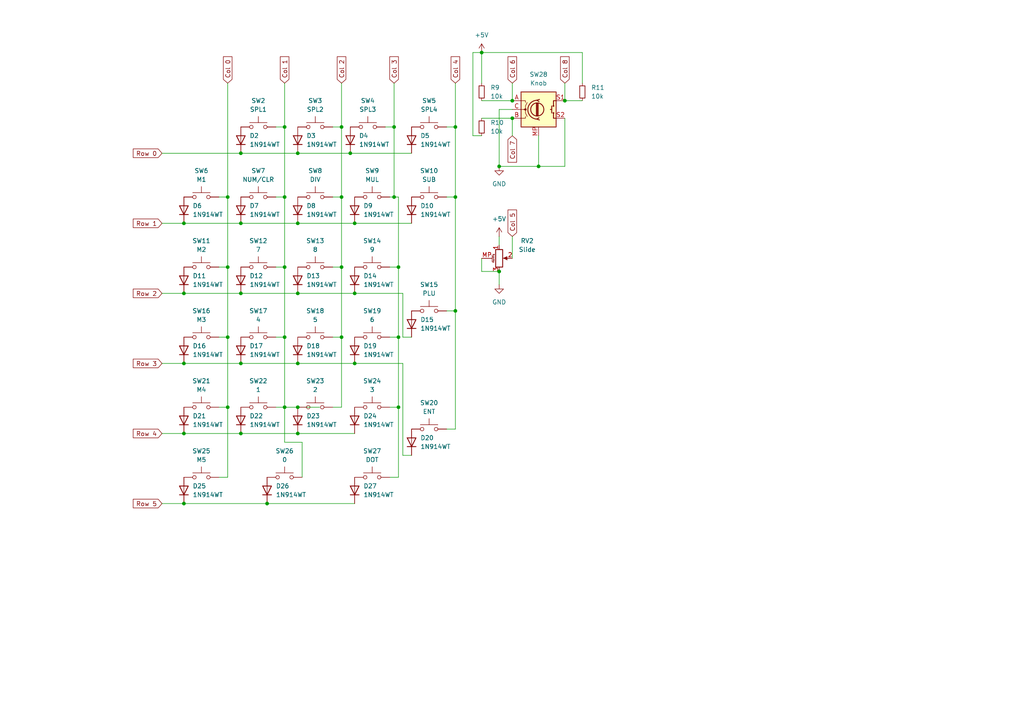
<source format=kicad_sch>
(kicad_sch (version 20231120) (generator "eeschema") (generator_version "8.0")
  (paper "A4")
  (lib_symbols
    (symbol "Device:R_Potentiometer_MountingPin" (pin_names (offset 1.016) hide)
      (property "Reference" "RV" (at -8.255 0 90))
      (property "Value" "R_Potentiometer_MountingPin" (at -6.35 0 90))
      (symbol "R_Potentiometer_MountingPin_0_1"
        (polyline (pts (xy 2.54 0) (xy 1.524 0)))
        (polyline (pts (xy 1.143 0) (xy 2.286 0.508) (xy 2.286 -0.508)) (fill (type outline)))
        (rectangle (start 1.016 2.54) (end -1.016 -2.54) (stroke (width 0.254)))
      )
      (symbol "R_Potentiometer_MountingPin_1_1"
        (polyline (pts (xy -2.032 1.016) (xy -2.032 -1.016)) (stroke (width 0.1524)))
        (text "Mounting" (at -1.651 0 900) (effects (font (size 0.381 0.381))))
        (pin passive line (at 0 3.81 270) (length 1.27) (name "1") (number "1"))
        (pin passive line (at 3.81 0 180) (length 1.27) (name "2") (number "2"))
        (pin passive line (at 0 -3.81 90) (length 1.27) (name "3") (number "3"))
        (pin passive line (at -5.08 0 0) (length 3.048) (name "MountPin") (number "MP"))
      )
    )
    (symbol "Device:R_Small" (pin_numbers hide) (pin_names (offset 0.254) hide)
      (property "Reference" "R" (at 0.762 0.508 0))
      (property "Value" "R_Small" (at 0.762 -1.016 0))
      (symbol "R_Small_0_1"
        (rectangle (start -0.762 1.778) (end 0.762 -1.778) (stroke (width 0.2032)))
      )
      (symbol "R_Small_1_1"
        (pin passive line (at 0 2.54 270) (length 0.762) (name "~") (number "1"))
        (pin passive line (at 0 -2.54 90) (length 0.762) (name "~") (number "2"))
      )
    )
    (symbol "Device:RotaryEncoder_Switch_MP" (pin_names (offset 0.254) hide)
      (property "Reference" "SW" (at 0 8.89 0))
      (property "Value" "RotaryEncoder_Switch_MP" (at 0 6.35 0))
      (symbol "RotaryEncoder_Switch_MP_0_1"
        (rectangle (start -5.08 5.08) (end 5.08 -5.08) (stroke (width 0.254)) (fill (type background)))
        (circle (center -3.81 0) (radius 0.254) (fill (type outline)))
        (circle (center -0.381 0) (radius 1.905) (stroke (width 0.254)))
        (arc (start -0.381 2.667) (mid -3.0988 -0.0635) (end -0.381 -2.794) (stroke (width 0.254)))
        (polyline (pts (xy -0.635 -1.778) (xy -0.635 1.778)) (stroke (width 0.254)))
        (polyline (pts (xy -0.381 -1.778) (xy -0.381 1.778)) (stroke (width 0.254)))
        (polyline (pts (xy -0.127 1.778) (xy -0.127 -1.778)) (stroke (width 0.254)))
        (polyline (pts (xy 3.81 0) (xy 3.429 0)) (stroke (width 0.254)))
        (polyline (pts (xy 3.81 1.016) (xy 3.81 -1.016)) (stroke (width 0.254)))
        (polyline (pts (xy -5.08 -2.54) (xy -3.81 -2.54) (xy -3.81 -2.032)))
        (polyline (pts (xy -5.08 2.54) (xy -3.81 2.54) (xy -3.81 2.032)))
        (polyline (pts (xy 0.254 -3.048) (xy -0.508 -2.794) (xy 0.127 -2.413)) (stroke (width 0.254)))
        (polyline (pts (xy 0.254 2.921) (xy -0.508 2.667) (xy 0.127 2.286)) (stroke (width 0.254)))
        (polyline (pts (xy 5.08 -2.54) (xy 4.318 -2.54) (xy 4.318 -1.016)) (stroke (width 0.254)))
        (polyline (pts (xy 5.08 2.54) (xy 4.318 2.54) (xy 4.318 1.016)) (stroke (width 0.254)))
        (polyline (pts (xy -5.08 0) (xy -3.81 0) (xy -3.81 -1.016) (xy -3.302 -2.032)))
        (polyline (pts (xy -4.318 0) (xy -3.81 0) (xy -3.81 1.016) (xy -3.302 2.032)))
        (circle (center 4.318 -1.016) (radius 0.127) (stroke (width 0.254)))
        (circle (center 4.318 1.016) (radius 0.127) (stroke (width 0.254)))
      )
      (symbol "RotaryEncoder_Switch_MP_1_1"
        (pin passive line (at -7.62 2.54 0) (length 2.54) (name "A") (number "A"))
        (pin passive line (at -7.62 -2.54 0) (length 2.54) (name "B") (number "B"))
        (pin passive line (at -7.62 0 0) (length 2.54) (name "C") (number "C"))
        (pin passive line (at 0 -7.62 90) (length 2.54) (name "MP") (number "MP"))
        (pin passive line (at 7.62 2.54 180) (length 2.54) (name "S1") (number "S1"))
        (pin passive line (at 7.62 -2.54 180) (length 2.54) (name "S2") (number "S2"))
      )
    )
    (symbol "Diode:1N914WT" (pin_numbers hide) (pin_names hide)
      (property "Reference" "D" (at 0 2.54 0))
      (property "Value" "1N914WT" (at 0 -2.54 0))
      (symbol "1N914WT_0_1"
        (polyline (pts (xy -1.27 1.27) (xy -1.27 -1.27)) (stroke (width 0.254)))
        (polyline (pts (xy 1.27 0) (xy -1.27 0)))
        (polyline (pts (xy 1.27 1.27) (xy 1.27 -1.27) (xy -1.27 0) (xy 1.27 1.27)) (stroke (width 0.254)))
      )
      (symbol "1N914WT_1_1"
        (pin passive line (at -3.81 0 0) (length 2.54) (name "K") (number "1"))
        (pin passive line (at 3.81 0 180) (length 2.54) (name "A") (number "2"))
      )
    )
    (symbol "Switch:SW_Push" (pin_numbers hide) (pin_names (offset 1.016) hide)
      (property "Reference" "SW" (at 1.27 2.54 0))
      (property "Value" "SW_Push" (at 0 -1.524 0))
      (symbol "SW_Push_0_1"
        (circle (center -2.032 0) (radius 0.508))
        (polyline (pts (xy 0 1.27) (xy 0 3.048)))
        (polyline (pts (xy 2.54 1.27) (xy -2.54 1.27)))
        (circle (center 2.032 0) (radius 0.508))
        (pin passive line (at -5.08 0 0) (length 2.54) (name "1") (number "1"))
        (pin passive line (at 5.08 0 180) (length 2.54) (name "2") (number "2"))
      )
    )
    (symbol "power:+5V" (power) (pin_numbers hide) (pin_names (offset 0) hide)
      (property "Value" "+5V" (at 0 3.556 0))
      (symbol "+5V_0_1"
        (polyline (pts (xy -0.762 1.27) (xy 0 2.54)))
        (polyline (pts (xy 0 0) (xy 0 2.54)))
        (polyline (pts (xy 0 2.54) (xy 0.762 1.27)))
      )
      (symbol "+5V_1_1"
        (pin power_in line (at 0 0 90) (length 0) (name "~") (number "1"))
      )
    )
    (symbol "power:GND" (power) (pin_numbers hide) (pin_names (offset 0) hide)
      (property "Value" "GND" (at 0 -3.81 0))
      (symbol "GND_0_1"
        (polyline (pts (xy 0 0) (xy 0 -1.27) (xy 1.27 -1.27) (xy 0 -2.54) (xy -1.27 -1.27) (xy 0 -1.27)))
      )
      (symbol "GND_1_1"
        (pin power_in line (at 0 0 270) (length 0) (name "~") (number "1"))
      )
    )
  )
  (junction (at 86.36 85.09))
  (junction (at 66.04 118.11))
  (junction (at 77.47 146.05))
  (junction (at 82.55 97.79))
  (junction (at 144.78 78.74))
  (junction (at 148.59 29.21))
  (junction (at 53.34 85.09))
  (junction (at 144.78 48.26))
  (junction (at 86.36 64.77))
  (junction (at 82.55 77.47))
  (junction (at 86.36 105.41))
  (junction (at 82.55 57.15))
  (junction (at 69.85 44.45))
  (junction (at 102.87 85.09))
  (junction (at 66.04 57.15))
  (junction (at 86.36 118.11))
  (junction (at 53.34 105.41))
  (junction (at 69.85 64.77))
  (junction (at 66.04 97.79))
  (junction (at 102.87 64.77))
  (junction (at 53.34 146.05))
  (junction (at 148.59 34.29))
  (junction (at 102.87 105.41))
  (junction (at 53.34 125.73))
  (junction (at 82.55 36.83))
  (junction (at 115.57 118.11))
  (junction (at 114.3 36.83))
  (junction (at 114.3 57.15))
  (junction (at 132.08 90.17))
  (junction (at 115.57 77.47))
  (junction (at 156.21 48.26))
  (junction (at 132.08 57.15))
  (junction (at 86.36 44.45))
  (junction (at 86.36 125.73))
  (junction (at 69.85 85.09))
  (junction (at 115.57 97.79))
  (junction (at 69.85 125.73))
  (junction (at 139.7 15.24))
  (junction (at 99.06 36.83))
  (junction (at 82.55 118.11))
  (junction (at 99.06 77.47))
  (junction (at 132.08 36.83))
  (junction (at 53.34 64.77))
  (junction (at 99.06 97.79))
  (junction (at 99.06 57.15))
  (junction (at 163.83 29.21))
  (junction (at 66.04 77.47))
  (junction (at 101.6 44.45))
  (junction (at 69.85 105.41))
  (wire (pts (xy 82.55 97.79) (xy 82.55 118.11)))
  (wire (pts (xy 116.84 105.41) (xy 102.87 105.41)))
  (wire (pts (xy 144.78 31.75) (xy 144.78 48.26)))
  (wire (pts (xy 69.85 44.45) (xy 86.36 44.45)))
  (wire (pts (xy 96.52 57.15) (xy 99.06 57.15)))
  (wire (pts (xy 69.85 105.41) (xy 86.36 105.41)))
  (wire (pts (xy 148.59 34.29) (xy 148.59 39.37)))
  (wire (pts (xy 114.3 24.13) (xy 114.3 36.83)))
  (wire (pts (xy 99.06 97.79) (xy 99.06 118.11)))
  (wire (pts (xy 113.03 77.47) (xy 115.57 77.47)))
  (wire (pts (xy 46.99 44.45) (xy 69.85 44.45)))
  (wire (pts (xy 82.55 57.15) (xy 82.55 77.47)))
  (wire (pts (xy 132.08 36.83) (xy 132.08 57.15)))
  (wire (pts (xy 53.34 85.09) (xy 69.85 85.09)))
  (wire (pts (xy 129.54 124.46) (xy 132.08 124.46)))
  (wire (pts (xy 114.3 36.83) (xy 114.3 57.15)))
  (wire (pts (xy 137.16 15.24) (xy 139.7 15.24)))
  (wire (pts (xy 82.55 118.11) (xy 82.55 128.27)))
  (wire (pts (xy 115.57 77.47) (xy 115.57 97.79)))
  (wire (pts (xy 46.99 125.73) (xy 53.34 125.73)))
  (wire (pts (xy 53.34 146.05) (xy 77.47 146.05)))
  (wire (pts (xy 116.84 132.08) (xy 116.84 105.41)))
  (wire (pts (xy 69.85 64.77) (xy 86.36 64.77)))
  (wire (pts (xy 129.54 36.83) (xy 132.08 36.83)))
  (wire (pts (xy 132.08 24.13) (xy 132.08 36.83)))
  (wire (pts (xy 96.52 77.47) (xy 99.06 77.47)))
  (wire (pts (xy 148.59 68.58) (xy 148.59 74.93)))
  (wire (pts (xy 86.36 64.77) (xy 102.87 64.77)))
  (wire (pts (xy 116.84 132.08) (xy 119.38 132.08)))
  (wire (pts (xy 139.7 15.24) (xy 139.7 24.13)))
  (wire (pts (xy 46.99 105.41) (xy 53.34 105.41)))
  (wire (pts (xy 113.03 57.15) (xy 114.3 57.15)))
  (wire (pts (xy 80.01 77.47) (xy 82.55 77.47)))
  (wire (pts (xy 139.7 78.74) (xy 144.78 78.74)))
  (wire (pts (xy 113.03 97.79) (xy 115.57 97.79)))
  (wire (pts (xy 63.5 138.43) (xy 66.04 138.43)))
  (wire (pts (xy 132.08 90.17) (xy 132.08 124.46)))
  (wire (pts (xy 53.34 64.77) (xy 69.85 64.77)))
  (wire (pts (xy 86.36 105.41) (xy 102.87 105.41)))
  (wire (pts (xy 102.87 64.77) (xy 119.38 64.77)))
  (wire (pts (xy 129.54 57.15) (xy 132.08 57.15)))
  (wire (pts (xy 132.08 57.15) (xy 132.08 90.17)))
  (wire (pts (xy 163.83 34.29) (xy 163.83 48.26)))
  (wire (pts (xy 139.7 39.37) (xy 137.16 39.37)))
  (wire (pts (xy 114.3 57.15) (xy 115.57 57.15)))
  (wire (pts (xy 163.83 48.26) (xy 156.21 48.26)))
  (wire (pts (xy 63.5 77.47) (xy 66.04 77.47)))
  (wire (pts (xy 96.52 118.11) (xy 99.06 118.11)))
  (wire (pts (xy 82.55 24.13) (xy 82.55 36.83)))
  (wire (pts (xy 129.54 90.17) (xy 132.08 90.17)))
  (wire (pts (xy 115.57 57.15) (xy 115.57 77.47)))
  (wire (pts (xy 63.5 57.15) (xy 66.04 57.15)))
  (wire (pts (xy 63.5 97.79) (xy 66.04 97.79)))
  (wire (pts (xy 113.03 138.43) (xy 115.57 138.43)))
  (wire (pts (xy 148.59 24.13) (xy 148.59 29.21)))
  (wire (pts (xy 96.52 36.83) (xy 99.06 36.83)))
  (wire (pts (xy 80.01 118.11) (xy 82.55 118.11)))
  (wire (pts (xy 99.06 36.83) (xy 99.06 57.15)))
  (wire (pts (xy 80.01 97.79) (xy 82.55 97.79)))
  (wire (pts (xy 111.76 36.83) (xy 114.3 36.83)))
  (wire (pts (xy 80.01 57.15) (xy 82.55 57.15)))
  (wire (pts (xy 144.78 82.55) (xy 144.78 78.74)))
  (wire (pts (xy 115.57 118.11) (xy 115.57 138.43)))
  (wire (pts (xy 116.84 97.79) (xy 119.38 97.79)))
  (wire (pts (xy 96.52 97.79) (xy 99.06 97.79)))
  (wire (pts (xy 66.04 77.47) (xy 66.04 97.79)))
  (wire (pts (xy 156.21 48.26) (xy 156.21 39.37)))
  (wire (pts (xy 86.36 125.73) (xy 102.87 125.73)))
  (wire (pts (xy 116.84 97.79) (xy 116.84 85.09)))
  (wire (pts (xy 46.99 64.77) (xy 53.34 64.77)))
  (wire (pts (xy 53.34 125.73) (xy 69.85 125.73)))
  (wire (pts (xy 69.85 85.09) (xy 86.36 85.09)))
  (wire (pts (xy 87.63 138.43) (xy 87.63 128.27)))
  (wire (pts (xy 86.36 85.09) (xy 102.87 85.09)))
  (wire (pts (xy 101.6 44.45) (xy 119.38 44.45)))
  (wire (pts (xy 144.78 68.58) (xy 144.78 71.12)))
  (wire (pts (xy 168.91 15.24) (xy 139.7 15.24)))
  (wire (pts (xy 116.84 85.09) (xy 102.87 85.09)))
  (wire (pts (xy 99.06 77.47) (xy 99.06 97.79)))
  (wire (pts (xy 86.36 118.11) (xy 82.55 118.11)))
  (wire (pts (xy 69.85 125.73) (xy 86.36 125.73)))
  (wire (pts (xy 92.71 118.11) (xy 86.36 118.11)))
  (wire (pts (xy 163.83 29.21) (xy 168.91 29.21)))
  (wire (pts (xy 148.59 31.75) (xy 144.78 31.75)))
  (wire (pts (xy 46.99 146.05) (xy 53.34 146.05)))
  (wire (pts (xy 86.36 44.45) (xy 101.6 44.45)))
  (wire (pts (xy 87.63 128.27) (xy 82.55 128.27)))
  (wire (pts (xy 168.91 24.13) (xy 168.91 15.24)))
  (wire (pts (xy 80.01 36.83) (xy 82.55 36.83)))
  (wire (pts (xy 99.06 24.13) (xy 99.06 36.83)))
  (wire (pts (xy 82.55 36.83) (xy 82.55 57.15)))
  (wire (pts (xy 66.04 57.15) (xy 66.04 77.47)))
  (wire (pts (xy 82.55 77.47) (xy 82.55 97.79)))
  (wire (pts (xy 53.34 105.41) (xy 69.85 105.41)))
  (wire (pts (xy 113.03 118.11) (xy 115.57 118.11)))
  (wire (pts (xy 66.04 97.79) (xy 66.04 118.11)))
  (wire (pts (xy 77.47 146.05) (xy 102.87 146.05)))
  (wire (pts (xy 63.5 118.11) (xy 66.04 118.11)))
  (wire (pts (xy 46.99 85.09) (xy 53.34 85.09)))
  (wire (pts (xy 139.7 74.93) (xy 139.7 78.74)))
  (wire (pts (xy 163.83 24.13) (xy 163.83 29.21)))
  (wire (pts (xy 139.7 29.21) (xy 148.59 29.21)))
  (wire (pts (xy 115.57 97.79) (xy 115.57 118.11)))
  (wire (pts (xy 66.04 118.11) (xy 66.04 138.43)))
  (wire (pts (xy 99.06 57.15) (xy 99.06 77.47)))
  (wire (pts (xy 139.7 34.29) (xy 148.59 34.29)))
  (wire (pts (xy 66.04 24.13) (xy 66.04 57.15)))
  (wire (pts (xy 137.16 39.37) (xy 137.16 15.24)))
  (wire (pts (xy 144.78 48.26) (xy 156.21 48.26)))
  (global_label "Row 1" (shape input) (at 46.99 64.77 180) (property "Intersheetrefs" "${INTERSHEET_REFS}" (effects (hide yes))))
  (global_label "Col 1" (shape input) (at 82.55 24.13 90) (property "Intersheetrefs" "${INTERSHEET_REFS}" (effects (hide yes))))
  (global_label "Col 0" (shape input) (at 66.04 24.13 90) (property "Intersheetrefs" "${INTERSHEET_REFS}" (effects (hide yes))))
  (global_label "Col 6" (shape input) (at 148.59 24.13 90) (property "Intersheetrefs" "${INTERSHEET_REFS}" (effects (hide yes))))
  (global_label "Col 3" (shape input) (at 114.3 24.13 90) (property "Intersheetrefs" "${INTERSHEET_REFS}" (effects (hide yes))))
  (global_label "Row 3" (shape input) (at 46.99 105.41 180) (property "Intersheetrefs" "${INTERSHEET_REFS}" (effects (hide yes))))
  (global_label "Col 4" (shape input) (at 132.08 24.13 90) (property "Intersheetrefs" "${INTERSHEET_REFS}" (effects (hide yes))))
  (global_label "Row 2" (shape input) (at 46.99 85.09 180) (property "Intersheetrefs" "${INTERSHEET_REFS}" (effects (hide yes))))
  (global_label "Col 8" (shape input) (at 163.83 24.13 90) (property "Intersheetrefs" "${INTERSHEET_REFS}" (effects (hide yes))))
  (global_label "Col 5" (shape input) (at 148.59 68.58 90) (property "Intersheetrefs" "${INTERSHEET_REFS}" (effects (hide yes))))
  (global_label "Row 5" (shape input) (at 46.99 146.05 180) (property "Intersheetrefs" "${INTERSHEET_REFS}" (effects (hide yes))))
  (global_label "Row 4" (shape input) (at 46.99 125.73 180) (property "Intersheetrefs" "${INTERSHEET_REFS}" (effects (hide yes))))
  (global_label "Col 7" (shape input) (at 148.59 39.37 270) (property "Intersheetrefs" "${INTERSHEET_REFS}" (effects (hide yes))))
  (global_label "Col 2" (shape input) (at 99.06 24.13 90) (property "Intersheetrefs" "${INTERSHEET_REFS}" (effects (hide yes))))
  (global_label "Row 0" (shape input) (at 46.99 44.45 180) (property "Intersheetrefs" "${INTERSHEET_REFS}" (effects (hide yes))))
  (symbol (lib_id "Diode:1N914WT") (at 119.38 93.98 90) (unit 1)
    (property "Reference" "D15" (at 121.92 92.7099 90) (effects (justify right)))
    (property "Value" "1N914WT" (at 121.92 95.2499 90) (effects (justify right)))
    (property "Footprint" "Diode_SMD:D_SOD-123" (effects (hide yes)))
    (property "Datasheet" "http://www.mouser.com/ds/2/149/1N4148WT-461550.pdf" (effects (hide yes)))
    (property "Description" "75V 0.15A Fast switching Diode, SOD-523" (effects (hide yes)))
    (property "Sim.Device" "D" (effects (hide yes)))
    (property "Sim.Pins" "1=K 2=A" (effects (hide yes)))
  )
  (symbol (lib_id "Diode:1N914WT") (at 102.87 101.6 90) (unit 1)
    (property "Reference" "D19" (at 105.41 100.3299 90) (effects (justify right)))
    (property "Value" "1N914WT" (at 105.41 102.8699 90) (effects (justify right)))
    (property "Footprint" "Diode_SMD:D_SOD-123" (effects (hide yes)))
    (property "Datasheet" "http://www.mouser.com/ds/2/149/1N4148WT-461550.pdf" (effects (hide yes)))
    (property "Description" "75V 0.15A Fast switching Diode, SOD-523" (effects (hide yes)))
    (property "Sim.Device" "D" (effects (hide yes)))
    (property "Sim.Pins" "1=K 2=A" (effects (hide yes)))
  )
  (symbol (lib_id "Switch:SW_Push") (at 58.42 138.43 0) (unit 1)
    (property "Reference" "SW25" (at 58.42 130.81 0))
    (property "Value" "M5" (at 58.42 133.35 0))
    (property "Description" "Push button switch, generic, two pins" (effects (hide yes)))
  )
  (symbol (lib_id "Diode:1N914WT") (at 86.36 40.64 90) (unit 1)
    (property "Reference" "D3" (at 88.9 39.3699 90) (effects (justify right)))
    (property "Value" "1N914WT" (at 88.9 41.9099 90) (effects (justify right)))
    (property "Footprint" "Diode_SMD:D_SOD-123" (effects (hide yes)))
    (property "Datasheet" "http://www.mouser.com/ds/2/149/1N4148WT-461550.pdf" (effects (hide yes)))
    (property "Description" "75V 0.15A Fast switching Diode, SOD-523" (effects (hide yes)))
    (property "Sim.Device" "D" (effects (hide yes)))
    (property "Sim.Pins" "1=K 2=A" (effects (hide yes)))
  )
  (symbol (lib_id "Diode:1N914WT") (at 53.34 121.92 90) (unit 1)
    (property "Reference" "D21" (at 55.88 120.6499 90) (effects (justify right)))
    (property "Value" "1N914WT" (at 55.88 123.1899 90) (effects (justify right)))
    (property "Footprint" "Diode_SMD:D_SOD-123" (effects (hide yes)))
    (property "Datasheet" "http://www.mouser.com/ds/2/149/1N4148WT-461550.pdf" (effects (hide yes)))
    (property "Description" "75V 0.15A Fast switching Diode, SOD-523" (effects (hide yes)))
    (property "Sim.Device" "D" (effects (hide yes)))
    (property "Sim.Pins" "1=K 2=A" (effects (hide yes)))
  )
  (symbol (lib_id "Diode:1N914WT") (at 69.85 81.28 90) (unit 1)
    (property "Reference" "D12" (at 72.39 80.0099 90) (effects (justify right)))
    (property "Value" "1N914WT" (at 72.39 82.5499 90) (effects (justify right)))
    (property "Footprint" "Diode_SMD:D_SOD-123" (effects (hide yes)))
    (property "Datasheet" "http://www.mouser.com/ds/2/149/1N4148WT-461550.pdf" (effects (hide yes)))
    (property "Description" "75V 0.15A Fast switching Diode, SOD-523" (effects (hide yes)))
    (property "Sim.Device" "D" (effects (hide yes)))
    (property "Sim.Pins" "1=K 2=A" (effects (hide yes)))
  )
  (symbol (lib_id "Diode:1N914WT") (at 102.87 121.92 90) (unit 1)
    (property "Reference" "D24" (at 105.41 120.6499 90) (effects (justify right)))
    (property "Value" "1N914WT" (at 105.41 123.1899 90) (effects (justify right)))
    (property "Footprint" "Diode_SMD:D_SOD-123" (effects (hide yes)))
    (property "Datasheet" "http://www.mouser.com/ds/2/149/1N4148WT-461550.pdf" (effects (hide yes)))
    (property "Description" "75V 0.15A Fast switching Diode, SOD-523" (effects (hide yes)))
    (property "Sim.Device" "D" (effects (hide yes)))
    (property "Sim.Pins" "1=K 2=A" (effects (hide yes)))
  )
  (symbol (lib_id "Diode:1N914WT") (at 69.85 121.92 90) (unit 1)
    (property "Reference" "D22" (at 72.39 120.6499 90) (effects (justify right)))
    (property "Value" "1N914WT" (at 72.39 123.1899 90) (effects (justify right)))
    (property "Footprint" "Diode_SMD:D_SOD-123" (effects (hide yes)))
    (property "Datasheet" "http://www.mouser.com/ds/2/149/1N4148WT-461550.pdf" (effects (hide yes)))
    (property "Description" "75V 0.15A Fast switching Diode, SOD-523" (effects (hide yes)))
    (property "Sim.Device" "D" (effects (hide yes)))
    (property "Sim.Pins" "1=K 2=A" (effects (hide yes)))
  )
  (symbol (lib_id "Diode:1N914WT") (at 102.87 142.24 90) (unit 1)
    (property "Reference" "D27" (at 105.41 140.9699 90) (effects (justify right)))
    (property "Value" "1N914WT" (at 105.41 143.5099 90) (effects (justify right)))
    (property "Footprint" "Diode_SMD:D_SOD-123" (effects (hide yes)))
    (property "Datasheet" "http://www.mouser.com/ds/2/149/1N4148WT-461550.pdf" (effects (hide yes)))
    (property "Description" "75V 0.15A Fast switching Diode, SOD-523" (effects (hide yes)))
    (property "Sim.Device" "D" (effects (hide yes)))
    (property "Sim.Pins" "1=K 2=A" (effects (hide yes)))
  )
  (symbol (lib_id "Diode:1N914WT") (at 86.36 60.96 90) (unit 1)
    (property "Reference" "D8" (at 88.9 59.6899 90) (effects (justify right)))
    (property "Value" "1N914WT" (at 88.9 62.2299 90) (effects (justify right)))
    (property "Footprint" "Diode_SMD:D_SOD-123" (effects (hide yes)))
    (property "Datasheet" "http://www.mouser.com/ds/2/149/1N4148WT-461550.pdf" (effects (hide yes)))
    (property "Description" "75V 0.15A Fast switching Diode, SOD-523" (effects (hide yes)))
    (property "Sim.Device" "D" (effects (hide yes)))
    (property "Sim.Pins" "1=K 2=A" (effects (hide yes)))
  )
  (symbol (lib_id "Diode:1N914WT") (at 53.34 101.6 90) (unit 1)
    (property "Reference" "D16" (at 55.88 100.3299 90) (effects (justify right)))
    (property "Value" "1N914WT" (at 55.88 102.8699 90) (effects (justify right)))
    (property "Footprint" "Diode_SMD:D_SOD-123" (effects (hide yes)))
    (property "Datasheet" "http://www.mouser.com/ds/2/149/1N4148WT-461550.pdf" (effects (hide yes)))
    (property "Description" "75V 0.15A Fast switching Diode, SOD-523" (effects (hide yes)))
    (property "Sim.Device" "D" (effects (hide yes)))
    (property "Sim.Pins" "1=K 2=A" (effects (hide yes)))
  )
  (symbol (lib_id "Diode:1N914WT") (at 86.36 101.6 90) (unit 1)
    (property "Reference" "D18" (at 88.9 100.3299 90) (effects (justify right)))
    (property "Value" "1N914WT" (at 88.9 102.8699 90) (effects (justify right)))
    (property "Footprint" "Diode_SMD:D_SOD-123" (effects (hide yes)))
    (property "Datasheet" "http://www.mouser.com/ds/2/149/1N4148WT-461550.pdf" (effects (hide yes)))
    (property "Description" "75V 0.15A Fast switching Diode, SOD-523" (effects (hide yes)))
    (property "Sim.Device" "D" (effects (hide yes)))
    (property "Sim.Pins" "1=K 2=A" (effects (hide yes)))
  )
  (symbol (lib_id "power:+5V") (at 144.78 68.58 0) (unit 1)
    (property "Reference" "#PWR018" (effects (hide yes)))
    (property "Value" "+5V" (at 144.78 63.5 0))
    (property "Description" "Power symbol creates a global label with name \"+5V\"" (effects (hide yes)))
  )
  (symbol (lib_id "Diode:1N914WT") (at 86.36 81.28 90) (unit 1)
    (property "Reference" "D13" (at 88.9 80.0099 90) (effects (justify right)))
    (property "Value" "1N914WT" (at 88.9 82.5499 90) (effects (justify right)))
    (property "Footprint" "Diode_SMD:D_SOD-123" (effects (hide yes)))
    (property "Datasheet" "http://www.mouser.com/ds/2/149/1N4148WT-461550.pdf" (effects (hide yes)))
    (property "Description" "75V 0.15A Fast switching Diode, SOD-523" (effects (hide yes)))
    (property "Sim.Device" "D" (effects (hide yes)))
    (property "Sim.Pins" "1=K 2=A" (effects (hide yes)))
  )
  (symbol (lib_id "Diode:1N914WT") (at 102.87 60.96 90) (unit 1)
    (property "Reference" "D9" (at 105.41 59.6899 90) (effects (justify right)))
    (property "Value" "1N914WT" (at 105.41 62.2299 90) (effects (justify right)))
    (property "Footprint" "Diode_SMD:D_SOD-123" (effects (hide yes)))
    (property "Datasheet" "http://www.mouser.com/ds/2/149/1N4148WT-461550.pdf" (effects (hide yes)))
    (property "Description" "75V 0.15A Fast switching Diode, SOD-523" (effects (hide yes)))
    (property "Sim.Device" "D" (effects (hide yes)))
    (property "Sim.Pins" "1=K 2=A" (effects (hide yes)))
  )
  (symbol (lib_id "Switch:SW_Push") (at 58.42 57.15 0) (unit 1)
    (property "Reference" "SW6" (at 58.42 49.53 0))
    (property "Value" "M1" (at 58.42 52.07 0))
    (property "Description" "Push button switch, generic, two pins" (effects (hide yes)))
  )
  (symbol (lib_id "Switch:SW_Push") (at 91.44 118.11 0) (unit 1)
    (property "Reference" "SW23" (at 91.44 110.49 0))
    (property "Value" "2" (at 91.44 113.03 0))
    (property "Description" "Push button switch, generic, two pins" (effects (hide yes)))
  )
  (symbol (lib_id "Switch:SW_Push") (at 124.46 90.17 0) (unit 1)
    (property "Reference" "SW15" (at 124.46 82.55 0))
    (property "Value" "PLU" (at 124.46 85.09 0))
    (property "Description" "Push button switch, generic, two pins" (effects (hide yes)))
  )
  (symbol (lib_id "Switch:SW_Push") (at 91.44 57.15 0) (unit 1)
    (property "Reference" "SW8" (at 91.44 49.53 0))
    (property "Value" "DIV" (at 91.44 52.07 0))
    (property "Description" "Push button switch, generic, two pins" (effects (hide yes)))
  )
  (symbol (lib_id "Switch:SW_Push") (at 82.55 138.43 0) (unit 1)
    (property "Reference" "SW26" (at 82.55 130.81 0))
    (property "Value" "0" (at 82.55 133.35 0))
    (property "Description" "Push button switch, generic, two pins" (effects (hide yes)))
  )
  (symbol (lib_id "power:+5V") (at 139.7 15.24 0) (unit 1)
    (property "Reference" "#PWR017" (effects (hide yes)))
    (property "Value" "+5V" (at 139.7 10.16 0))
    (property "Description" "Power symbol creates a global label with name \"+5V\"" (effects (hide yes)))
  )
  (symbol (lib_id "Switch:SW_Push") (at 106.68 36.83 0) (unit 1)
    (property "Reference" "SW4" (at 106.68 29.21 0))
    (property "Value" "SPL3" (at 106.68 31.75 0))
    (property "Description" "Push button switch, generic, two pins" (effects (hide yes)))
  )
  (symbol (lib_id "Switch:SW_Push") (at 74.93 77.47 0) (unit 1)
    (property "Reference" "SW12" (at 74.93 69.85 0))
    (property "Value" "7" (at 74.93 72.39 0))
    (property "Description" "Push button switch, generic, two pins" (effects (hide yes)))
  )
  (symbol (lib_id "Switch:SW_Push") (at 74.93 57.15 0) (unit 1)
    (property "Reference" "SW7" (at 74.93 49.53 0))
    (property "Value" "NUM/CLR" (at 74.93 52.07 0))
    (property "Description" "Push button switch, generic, two pins" (effects (hide yes)))
  )
  (symbol (lib_id "Device:RotaryEncoder_Switch_MP") (at 156.21 31.75 0) (unit 1)
    (property "Reference" "SW28" (at 156.21 21.59 0))
    (property "Value" "Knob" (at 156.21 24.13 0))
    (property "Footprint" "Rotary_Encoder:RotaryEncoder_Bourns_Vertical_PEL12D-4xxxF-Sxxxx" (effects (hide yes)))
    (property "Description" "Rotary encoder, dual channel, incremental quadrate outputs, with switch and MP Pin" (effects (hide yes)))
  )
  (symbol (lib_id "Switch:SW_Push") (at 124.46 124.46 0) (unit 1)
    (property "Reference" "SW20" (at 124.46 116.84 0))
    (property "Value" "ENT" (at 124.46 119.38 0))
    (property "Description" "Push button switch, generic, two pins" (effects (hide yes)))
  )
  (symbol (lib_id "Diode:1N914WT") (at 77.47 142.24 90) (unit 1)
    (property "Reference" "D26" (at 80.01 140.9699 90) (effects (justify right)))
    (property "Value" "1N914WT" (at 80.01 143.5099 90) (effects (justify right)))
    (property "Footprint" "Diode_SMD:D_SOD-123" (effects (hide yes)))
    (property "Datasheet" "http://www.mouser.com/ds/2/149/1N4148WT-461550.pdf" (effects (hide yes)))
    (property "Description" "75V 0.15A Fast switching Diode, SOD-523" (effects (hide yes)))
    (property "Sim.Device" "D" (effects (hide yes)))
    (property "Sim.Pins" "1=K 2=A" (effects (hide yes)))
  )
  (symbol (lib_id "Switch:SW_Push") (at 107.95 77.47 0) (unit 1)
    (property "Reference" "SW14" (at 107.95 69.85 0))
    (property "Value" "9" (at 107.95 72.39 0))
    (property "Description" "Push button switch, generic, two pins" (effects (hide yes)))
  )
  (symbol (lib_id "Switch:SW_Push") (at 124.46 57.15 0) (unit 1)
    (property "Reference" "SW10" (at 124.46 49.53 0))
    (property "Value" "SUB" (at 124.46 52.07 0))
    (property "Description" "Push button switch, generic, two pins" (effects (hide yes)))
  )
  (symbol (lib_id "Switch:SW_Push") (at 91.44 36.83 0) (unit 1)
    (property "Reference" "SW3" (at 91.44 29.21 0))
    (property "Value" "SPL2" (at 91.44 31.75 0))
    (property "Description" "Push button switch, generic, two pins" (effects (hide yes)))
  )
  (symbol (lib_id "Switch:SW_Push") (at 107.95 118.11 0) (unit 1)
    (property "Reference" "SW24" (at 107.95 110.49 0))
    (property "Value" "3" (at 107.95 113.03 0))
    (property "Description" "Push button switch, generic, two pins" (effects (hide yes)))
  )
  (symbol (lib_id "Switch:SW_Push") (at 58.42 77.47 0) (unit 1)
    (property "Reference" "SW11" (at 58.42 69.85 0))
    (property "Value" "M2" (at 58.42 72.39 0))
    (property "Description" "Push button switch, generic, two pins" (effects (hide yes)))
  )
  (symbol (lib_id "Switch:SW_Push") (at 74.93 97.79 0) (unit 1)
    (property "Reference" "SW17" (at 74.93 90.17 0))
    (property "Value" "4" (at 74.93 92.71 0))
    (property "Description" "Push button switch, generic, two pins" (effects (hide yes)))
  )
  (symbol (lib_id "Device:R_Small") (at 139.7 36.83 0) (unit 1)
    (property "Reference" "R10" (at 142.24 35.5599 0) (effects (justify left)))
    (property "Value" "10k" (at 142.24 38.0999 0) (effects (justify left)))
    (property "Footprint" "Resistor_SMD:R_0201_0603Metric" (effects (hide yes)))
    (property "Description" "Resistor, small symbol" (effects (hide yes)))
  )
  (symbol (lib_id "power:GND") (at 144.78 48.26 0) (unit 1)
    (property "Reference" "#PWR014" (effects (hide yes)))
    (property "Value" "GND" (at 144.78 53.34 0))
    (property "Description" "Power symbol creates a global label with name \"GND\" , ground" (effects (hide yes)))
  )
  (symbol (lib_id "Switch:SW_Push") (at 74.93 36.83 0) (unit 1)
    (property "Reference" "SW2" (at 74.93 29.21 0))
    (property "Value" "SPL1" (at 74.93 31.75 0))
    (property "Description" "Push button switch, generic, two pins" (effects (hide yes)))
  )
  (symbol (lib_id "Diode:1N914WT") (at 86.36 121.92 90) (unit 1)
    (property "Reference" "D23" (at 88.9 120.6499 90) (effects (justify right)))
    (property "Value" "1N914WT" (at 88.9 123.1899 90) (effects (justify right)))
    (property "Footprint" "Diode_SMD:D_SOD-123" (effects (hide yes)))
    (property "Datasheet" "http://www.mouser.com/ds/2/149/1N4148WT-461550.pdf" (effects (hide yes)))
    (property "Description" "75V 0.15A Fast switching Diode, SOD-523" (effects (hide yes)))
    (property "Sim.Device" "D" (effects (hide yes)))
    (property "Sim.Pins" "1=K 2=A" (effects (hide yes)))
  )
  (symbol (lib_id "Switch:SW_Push") (at 107.95 57.15 0) (unit 1)
    (property "Reference" "SW9" (at 107.95 49.53 0))
    (property "Value" "MUL" (at 107.95 52.07 0))
    (property "Description" "Push button switch, generic, two pins" (effects (hide yes)))
  )
  (symbol (lib_id "Device:R_Small") (at 139.7 26.67 0) (unit 1)
    (property "Reference" "R9" (at 142.24 25.3999 0) (effects (justify left)))
    (property "Value" "10k" (at 142.24 27.9399 0) (effects (justify left)))
    (property "Footprint" "Resistor_SMD:R_0201_0603Metric" (effects (hide yes)))
    (property "Description" "Resistor, small symbol" (effects (hide yes)))
  )
  (symbol (lib_id "Diode:1N914WT") (at 69.85 101.6 90) (unit 1)
    (property "Reference" "D17" (at 72.39 100.3299 90) (effects (justify right)))
    (property "Value" "1N914WT" (at 72.39 102.8699 90) (effects (justify right)))
    (property "Footprint" "Diode_SMD:D_SOD-123" (effects (hide yes)))
    (property "Datasheet" "http://www.mouser.com/ds/2/149/1N4148WT-461550.pdf" (effects (hide yes)))
    (property "Description" "75V 0.15A Fast switching Diode, SOD-523" (effects (hide yes)))
    (property "Sim.Device" "D" (effects (hide yes)))
    (property "Sim.Pins" "1=K 2=A" (effects (hide yes)))
  )
  (symbol (lib_id "Switch:SW_Push") (at 91.44 77.47 0) (unit 1)
    (property "Reference" "SW13" (at 91.44 69.85 0))
    (property "Value" "8" (at 91.44 72.39 0))
    (property "Description" "Push button switch, generic, two pins" (effects (hide yes)))
  )
  (symbol (lib_id "Diode:1N914WT") (at 53.34 142.24 90) (unit 1)
    (property "Reference" "D25" (at 55.88 140.9699 90) (effects (justify right)))
    (property "Value" "1N914WT" (at 55.88 143.5099 90) (effects (justify right)))
    (property "Footprint" "Diode_SMD:D_SOD-123" (effects (hide yes)))
    (property "Datasheet" "http://www.mouser.com/ds/2/149/1N4148WT-461550.pdf" (effects (hide yes)))
    (property "Description" "75V 0.15A Fast switching Diode, SOD-523" (effects (hide yes)))
    (property "Sim.Device" "D" (effects (hide yes)))
    (property "Sim.Pins" "1=K 2=A" (effects (hide yes)))
  )
  (symbol (lib_id "Diode:1N914WT") (at 119.38 60.96 90) (unit 1)
    (property "Reference" "D10" (at 121.92 59.6899 90) (effects (justify right)))
    (property "Value" "1N914WT" (at 121.92 62.2299 90) (effects (justify right)))
    (property "Footprint" "Diode_SMD:D_SOD-123" (effects (hide yes)))
    (property "Datasheet" "http://www.mouser.com/ds/2/149/1N4148WT-461550.pdf" (effects (hide yes)))
    (property "Description" "75V 0.15A Fast switching Diode, SOD-523" (effects (hide yes)))
    (property "Sim.Device" "D" (effects (hide yes)))
    (property "Sim.Pins" "1=K 2=A" (effects (hide yes)))
  )
  (symbol (lib_id "Diode:1N914WT") (at 101.6 40.64 90) (unit 1)
    (property "Reference" "D4" (at 104.14 39.3699 90) (effects (justify right)))
    (property "Value" "1N914WT" (at 104.14 41.9099 90) (effects (justify right)))
    (property "Footprint" "Diode_SMD:D_SOD-123" (effects (hide yes)))
    (property "Datasheet" "http://www.mouser.com/ds/2/149/1N4148WT-461550.pdf" (effects (hide yes)))
    (property "Description" "75V 0.15A Fast switching Diode, SOD-523" (effects (hide yes)))
    (property "Sim.Device" "D" (effects (hide yes)))
    (property "Sim.Pins" "1=K 2=A" (effects (hide yes)))
  )
  (symbol (lib_id "Switch:SW_Push") (at 107.95 138.43 0) (unit 1)
    (property "Reference" "SW27" (at 107.95 130.81 0))
    (property "Value" "DOT" (at 107.95 133.35 0))
    (property "Description" "Push button switch, generic, two pins" (effects (hide yes)))
  )
  (symbol (lib_id "Diode:1N914WT") (at 119.38 40.64 90) (unit 1)
    (property "Reference" "D5" (at 121.92 39.3699 90) (effects (justify right)))
    (property "Value" "1N914WT" (at 121.92 41.9099 90) (effects (justify right)))
    (property "Footprint" "Diode_SMD:D_SOD-123" (effects (hide yes)))
    (property "Datasheet" "http://www.mouser.com/ds/2/149/1N4148WT-461550.pdf" (effects (hide yes)))
    (property "Description" "75V 0.15A Fast switching Diode, SOD-523" (effects (hide yes)))
    (property "Sim.Device" "D" (effects (hide yes)))
    (property "Sim.Pins" "1=K 2=A" (effects (hide yes)))
  )
  (symbol (lib_id "Switch:SW_Push") (at 107.95 97.79 0) (unit 1)
    (property "Reference" "SW19" (at 107.95 90.17 0))
    (property "Value" "6" (at 107.95 92.71 0))
    (property "Description" "Push button switch, generic, two pins" (effects (hide yes)))
  )
  (symbol (lib_id "Switch:SW_Push") (at 124.46 36.83 0) (unit 1)
    (property "Reference" "SW5" (at 124.46 29.21 0))
    (property "Value" "SPL4" (at 124.46 31.75 0))
    (property "Description" "Push button switch, generic, two pins" (effects (hide yes)))
  )
  (symbol (lib_id "Diode:1N914WT") (at 53.34 60.96 90) (unit 1)
    (property "Reference" "D6" (at 55.88 59.6899 90) (effects (justify right)))
    (property "Value" "1N914WT" (at 55.88 62.2299 90) (effects (justify right)))
    (property "Footprint" "Diode_SMD:D_SOD-123" (effects (hide yes)))
    (property "Datasheet" "http://www.mouser.com/ds/2/149/1N4148WT-461550.pdf" (effects (hide yes)))
    (property "Description" "75V 0.15A Fast switching Diode, SOD-523" (effects (hide yes)))
    (property "Sim.Device" "D" (effects (hide yes)))
    (property "Sim.Pins" "1=K 2=A" (effects (hide yes)))
  )
  (symbol (lib_id "Switch:SW_Push") (at 58.42 97.79 0) (unit 1)
    (property "Reference" "SW16" (at 58.42 90.17 0))
    (property "Value" "M3" (at 58.42 92.71 0))
    (property "Description" "Push button switch, generic, two pins" (effects (hide yes)))
  )
  (symbol (lib_id "Diode:1N914WT") (at 119.38 128.27 90) (unit 1)
    (property "Reference" "D20" (at 121.92 126.9999 90) (effects (justify right)))
    (property "Value" "1N914WT" (at 121.92 129.5399 90) (effects (justify right)))
    (property "Footprint" "Diode_SMD:D_SOD-123" (effects (hide yes)))
    (property "Datasheet" "http://www.mouser.com/ds/2/149/1N4148WT-461550.pdf" (effects (hide yes)))
    (property "Description" "75V 0.15A Fast switching Diode, SOD-523" (effects (hide yes)))
    (property "Sim.Device" "D" (effects (hide yes)))
    (property "Sim.Pins" "1=K 2=A" (effects (hide yes)))
  )
  (symbol (lib_id "Diode:1N914WT") (at 69.85 40.64 90) (unit 1)
    (property "Reference" "D2" (at 72.39 39.3699 90) (effects (justify right)))
    (property "Value" "1N914WT" (at 72.39 41.9099 90) (effects (justify right)))
    (property "Footprint" "Diode_SMD:D_SOD-123" (effects (hide yes)))
    (property "Datasheet" "http://www.mouser.com/ds/2/149/1N4148WT-461550.pdf" (effects (hide yes)))
    (property "Description" "75V 0.15A Fast switching Diode, SOD-523" (effects (hide yes)))
    (property "Sim.Device" "D" (effects (hide yes)))
    (property "Sim.Pins" "1=K 2=A" (effects (hide yes)))
  )
  (symbol (lib_id "Diode:1N914WT") (at 53.34 81.28 90) (unit 1)
    (property "Reference" "D11" (at 55.88 80.0099 90) (effects (justify right)))
    (property "Value" "1N914WT" (at 55.88 82.5499 90) (effects (justify right)))
    (property "Footprint" "Diode_SMD:D_SOD-123" (effects (hide yes)))
    (property "Datasheet" "http://www.mouser.com/ds/2/149/1N4148WT-461550.pdf" (effects (hide yes)))
    (property "Description" "75V 0.15A Fast switching Diode, SOD-523" (effects (hide yes)))
    (property "Sim.Device" "D" (effects (hide yes)))
    (property "Sim.Pins" "1=K 2=A" (effects (hide yes)))
  )
  (symbol (lib_id "power:GND") (at 144.78 82.55 0) (unit 1)
    (property "Reference" "#PWR019" (effects (hide yes)))
    (property "Value" "GND" (at 144.78 87.63 0))
    (property "Description" "Power symbol creates a global label with name \"GND\" , ground" (effects (hide yes)))
  )
  (symbol (lib_id "Switch:SW_Push") (at 74.93 118.11 0) (unit 1)
    (property "Reference" "SW22" (at 74.93 110.49 0))
    (property "Value" "1" (at 74.93 113.03 0))
    (property "Description" "Push button switch, generic, two pins" (effects (hide yes)))
  )
  (symbol (lib_id "Switch:SW_Push") (at 91.44 97.79 0) (unit 1)
    (property "Reference" "SW18" (at 91.44 90.17 0))
    (property "Value" "5" (at 91.44 92.71 0))
    (property "Description" "Push button switch, generic, two pins" (effects (hide yes)))
  )
  (symbol (lib_id "Diode:1N914WT") (at 69.85 60.96 90) (unit 1)
    (property "Reference" "D7" (at 72.39 59.6899 90) (effects (justify right)))
    (property "Value" "1N914WT" (at 72.39 62.2299 90) (effects (justify right)))
    (property "Footprint" "Diode_SMD:D_SOD-123" (effects (hide yes)))
    (property "Datasheet" "http://www.mouser.com/ds/2/149/1N4148WT-461550.pdf" (effects (hide yes)))
    (property "Description" "75V 0.15A Fast switching Diode, SOD-523" (effects (hide yes)))
    (property "Sim.Device" "D" (effects (hide yes)))
    (property "Sim.Pins" "1=K 2=A" (effects (hide yes)))
  )
  (symbol (lib_id "Device:R_Small") (at 168.91 26.67 0) (unit 1)
    (property "Reference" "R11" (at 171.45 25.3999 0) (effects (justify left)))
    (property "Value" "10k" (at 171.45 27.9399 0) (effects (justify left)))
    (property "Footprint" "Resistor_SMD:R_0201_0603Metric" (effects (hide yes)))
    (property "Description" "Resistor, small symbol" (effects (hide yes)))
  )
  (symbol (lib_id "Device:R_Potentiometer_MountingPin") (at 144.78 74.93 0) (unit 1)
    (property "Reference" "RV2" (at 152.908 69.85 0))
    (property "Value" "Slide" (at 152.908 72.39 0))
    (property "Description" "Potentiometer with a mounting pin" (effects (hide yes)))
  )
  (symbol (lib_id "Switch:SW_Push") (at 58.42 118.11 0) (unit 1)
    (property "Reference" "SW21" (at 58.42 110.49 0))
    (property "Value" "M4" (at 58.42 113.03 0))
    (property "Description" "Push button switch, generic, two pins" (effects (hide yes)))
  )
  (symbol (lib_id "Diode:1N914WT") (at 102.87 81.28 90) (unit 1)
    (property "Reference" "D14" (at 105.41 80.0099 90) (effects (justify right)))
    (property "Value" "1N914WT" (at 105.41 82.5499 90) (effects (justify right)))
    (property "Footprint" "Diode_SMD:D_SOD-123" (effects (hide yes)))
    (property "Datasheet" "http://www.mouser.com/ds/2/149/1N4148WT-461550.pdf" (effects (hide yes)))
    (property "Description" "75V 0.15A Fast switching Diode, SOD-523" (effects (hide yes)))
    (property "Sim.Device" "D" (effects (hide yes)))
    (property "Sim.Pins" "1=K 2=A" (effects (hide yes)))
  )
)
</source>
